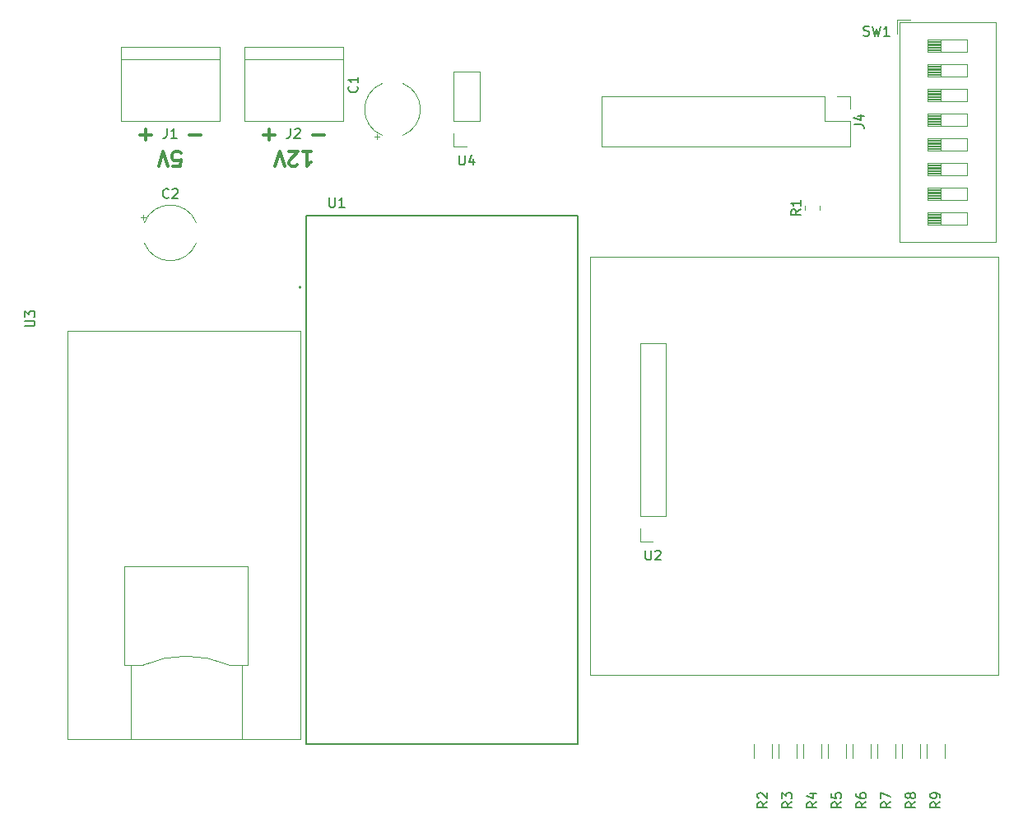
<source format=gbr>
%TF.GenerationSoftware,KiCad,Pcbnew,6.0.2+dfsg-1*%
%TF.CreationDate,2023-04-20T15:10:53+02:00*%
%TF.ProjectId,login-controller,6c6f6769-6e2d-4636-9f6e-74726f6c6c65,rev?*%
%TF.SameCoordinates,Original*%
%TF.FileFunction,Legend,Top*%
%TF.FilePolarity,Positive*%
%FSLAX46Y46*%
G04 Gerber Fmt 4.6, Leading zero omitted, Abs format (unit mm)*
G04 Created by KiCad (PCBNEW 6.0.2+dfsg-1) date 2023-04-20 15:10:53*
%MOMM*%
%LPD*%
G01*
G04 APERTURE LIST*
%ADD10C,0.300000*%
%ADD11C,0.150000*%
%ADD12C,0.127000*%
%ADD13C,0.200000*%
%ADD14C,0.120000*%
G04 APERTURE END LIST*
D10*
X119951428Y-33127142D02*
X118808571Y-33127142D01*
X127571428Y-33127142D02*
X126428571Y-33127142D01*
X127000000Y-33698571D02*
X127000000Y-32555714D01*
X114871428Y-33127142D02*
X113728571Y-33127142D01*
X114300000Y-33698571D02*
X114300000Y-32555714D01*
X132651428Y-33127142D02*
X131508571Y-33127142D01*
X130468571Y-34881428D02*
X131325714Y-34881428D01*
X130897142Y-34881428D02*
X130897142Y-36381428D01*
X131040000Y-36167142D01*
X131182857Y-36024285D01*
X131325714Y-35952857D01*
X129897142Y-36238571D02*
X129825714Y-36310000D01*
X129682857Y-36381428D01*
X129325714Y-36381428D01*
X129182857Y-36310000D01*
X129111428Y-36238571D01*
X129040000Y-36095714D01*
X129040000Y-35952857D01*
X129111428Y-35738571D01*
X129968571Y-34881428D01*
X129040000Y-34881428D01*
X128611428Y-36381428D02*
X128111428Y-34881428D01*
X127611428Y-36381428D01*
X117125714Y-36381428D02*
X117840000Y-36381428D01*
X117911428Y-35667142D01*
X117840000Y-35738571D01*
X117697142Y-35810000D01*
X117340000Y-35810000D01*
X117197142Y-35738571D01*
X117125714Y-35667142D01*
X117054285Y-35524285D01*
X117054285Y-35167142D01*
X117125714Y-35024285D01*
X117197142Y-34952857D01*
X117340000Y-34881428D01*
X117697142Y-34881428D01*
X117840000Y-34952857D01*
X117911428Y-35024285D01*
X116625714Y-36381428D02*
X116125714Y-34881428D01*
X115625714Y-36381428D01*
D11*
%TO.C,U1*%
X133188626Y-39586124D02*
X133188626Y-40395960D01*
X133236263Y-40491235D01*
X133283901Y-40538873D01*
X133379175Y-40586510D01*
X133569725Y-40586510D01*
X133665000Y-40538873D01*
X133712637Y-40491235D01*
X133760275Y-40395960D01*
X133760275Y-39586124D01*
X134760661Y-40586510D02*
X134189012Y-40586510D01*
X134474836Y-40586510D02*
X134474836Y-39586124D01*
X134379561Y-39729036D01*
X134284287Y-39824311D01*
X134189012Y-39871949D01*
%TO.C,U4*%
X146558095Y-35242380D02*
X146558095Y-36051904D01*
X146605714Y-36147142D01*
X146653333Y-36194761D01*
X146748571Y-36242380D01*
X146939047Y-36242380D01*
X147034285Y-36194761D01*
X147081904Y-36147142D01*
X147129523Y-36051904D01*
X147129523Y-35242380D01*
X148034285Y-35575714D02*
X148034285Y-36242380D01*
X147796190Y-35194761D02*
X147558095Y-35909047D01*
X148177142Y-35909047D01*
%TO.C,R6*%
X188412380Y-101766666D02*
X187936190Y-102100000D01*
X188412380Y-102338095D02*
X187412380Y-102338095D01*
X187412380Y-101957142D01*
X187460000Y-101861904D01*
X187507619Y-101814285D01*
X187602857Y-101766666D01*
X187745714Y-101766666D01*
X187840952Y-101814285D01*
X187888571Y-101861904D01*
X187936190Y-101957142D01*
X187936190Y-102338095D01*
X187412380Y-100909523D02*
X187412380Y-101100000D01*
X187460000Y-101195238D01*
X187507619Y-101242857D01*
X187650476Y-101338095D01*
X187840952Y-101385714D01*
X188221904Y-101385714D01*
X188317142Y-101338095D01*
X188364761Y-101290476D01*
X188412380Y-101195238D01*
X188412380Y-101004761D01*
X188364761Y-100909523D01*
X188317142Y-100861904D01*
X188221904Y-100814285D01*
X187983809Y-100814285D01*
X187888571Y-100861904D01*
X187840952Y-100909523D01*
X187793333Y-101004761D01*
X187793333Y-101195238D01*
X187840952Y-101290476D01*
X187888571Y-101338095D01*
X187983809Y-101385714D01*
%TO.C,C2*%
X116673333Y-39577142D02*
X116625714Y-39624761D01*
X116482857Y-39672380D01*
X116387619Y-39672380D01*
X116244761Y-39624761D01*
X116149523Y-39529523D01*
X116101904Y-39434285D01*
X116054285Y-39243809D01*
X116054285Y-39100952D01*
X116101904Y-38910476D01*
X116149523Y-38815238D01*
X116244761Y-38720000D01*
X116387619Y-38672380D01*
X116482857Y-38672380D01*
X116625714Y-38720000D01*
X116673333Y-38767619D01*
X117054285Y-38767619D02*
X117101904Y-38720000D01*
X117197142Y-38672380D01*
X117435238Y-38672380D01*
X117530476Y-38720000D01*
X117578095Y-38767619D01*
X117625714Y-38862857D01*
X117625714Y-38958095D01*
X117578095Y-39100952D01*
X117006666Y-39672380D01*
X117625714Y-39672380D01*
%TO.C,R8*%
X193492380Y-101766666D02*
X193016190Y-102100000D01*
X193492380Y-102338095D02*
X192492380Y-102338095D01*
X192492380Y-101957142D01*
X192540000Y-101861904D01*
X192587619Y-101814285D01*
X192682857Y-101766666D01*
X192825714Y-101766666D01*
X192920952Y-101814285D01*
X192968571Y-101861904D01*
X193016190Y-101957142D01*
X193016190Y-102338095D01*
X192920952Y-101195238D02*
X192873333Y-101290476D01*
X192825714Y-101338095D01*
X192730476Y-101385714D01*
X192682857Y-101385714D01*
X192587619Y-101338095D01*
X192540000Y-101290476D01*
X192492380Y-101195238D01*
X192492380Y-101004761D01*
X192540000Y-100909523D01*
X192587619Y-100861904D01*
X192682857Y-100814285D01*
X192730476Y-100814285D01*
X192825714Y-100861904D01*
X192873333Y-100909523D01*
X192920952Y-101004761D01*
X192920952Y-101195238D01*
X192968571Y-101290476D01*
X193016190Y-101338095D01*
X193111428Y-101385714D01*
X193301904Y-101385714D01*
X193397142Y-101338095D01*
X193444761Y-101290476D01*
X193492380Y-101195238D01*
X193492380Y-101004761D01*
X193444761Y-100909523D01*
X193397142Y-100861904D01*
X193301904Y-100814285D01*
X193111428Y-100814285D01*
X193016190Y-100861904D01*
X192968571Y-100909523D01*
X192920952Y-101004761D01*
%TO.C,SW1*%
X188166666Y-22904761D02*
X188309523Y-22952380D01*
X188547619Y-22952380D01*
X188642857Y-22904761D01*
X188690476Y-22857142D01*
X188738095Y-22761904D01*
X188738095Y-22666666D01*
X188690476Y-22571428D01*
X188642857Y-22523809D01*
X188547619Y-22476190D01*
X188357142Y-22428571D01*
X188261904Y-22380952D01*
X188214285Y-22333333D01*
X188166666Y-22238095D01*
X188166666Y-22142857D01*
X188214285Y-22047619D01*
X188261904Y-22000000D01*
X188357142Y-21952380D01*
X188595238Y-21952380D01*
X188738095Y-22000000D01*
X189071428Y-21952380D02*
X189309523Y-22952380D01*
X189500000Y-22238095D01*
X189690476Y-22952380D01*
X189928571Y-21952380D01*
X190833333Y-22952380D02*
X190261904Y-22952380D01*
X190547619Y-22952380D02*
X190547619Y-21952380D01*
X190452380Y-22095238D01*
X190357142Y-22190476D01*
X190261904Y-22238095D01*
%TO.C,R2*%
X178252380Y-101766666D02*
X177776190Y-102100000D01*
X178252380Y-102338095D02*
X177252380Y-102338095D01*
X177252380Y-101957142D01*
X177300000Y-101861904D01*
X177347619Y-101814285D01*
X177442857Y-101766666D01*
X177585714Y-101766666D01*
X177680952Y-101814285D01*
X177728571Y-101861904D01*
X177776190Y-101957142D01*
X177776190Y-102338095D01*
X177347619Y-101385714D02*
X177300000Y-101338095D01*
X177252380Y-101242857D01*
X177252380Y-101004761D01*
X177300000Y-100909523D01*
X177347619Y-100861904D01*
X177442857Y-100814285D01*
X177538095Y-100814285D01*
X177680952Y-100861904D01*
X178252380Y-101433333D01*
X178252380Y-100814285D01*
%TO.C,U2*%
X165738095Y-75882380D02*
X165738095Y-76691904D01*
X165785714Y-76787142D01*
X165833333Y-76834761D01*
X165928571Y-76882380D01*
X166119047Y-76882380D01*
X166214285Y-76834761D01*
X166261904Y-76787142D01*
X166309523Y-76691904D01*
X166309523Y-75882380D01*
X166738095Y-75977619D02*
X166785714Y-75930000D01*
X166880952Y-75882380D01*
X167119047Y-75882380D01*
X167214285Y-75930000D01*
X167261904Y-75977619D01*
X167309523Y-76072857D01*
X167309523Y-76168095D01*
X167261904Y-76310952D01*
X166690476Y-76882380D01*
X167309523Y-76882380D01*
%TO.C,R1*%
X181682380Y-40806666D02*
X181206190Y-41140000D01*
X181682380Y-41378095D02*
X180682380Y-41378095D01*
X180682380Y-40997142D01*
X180730000Y-40901904D01*
X180777619Y-40854285D01*
X180872857Y-40806666D01*
X181015714Y-40806666D01*
X181110952Y-40854285D01*
X181158571Y-40901904D01*
X181206190Y-40997142D01*
X181206190Y-41378095D01*
X181682380Y-39854285D02*
X181682380Y-40425714D01*
X181682380Y-40140000D02*
X180682380Y-40140000D01*
X180825238Y-40235238D01*
X180920476Y-40330476D01*
X180968095Y-40425714D01*
%TO.C,R4*%
X183332380Y-101766666D02*
X182856190Y-102100000D01*
X183332380Y-102338095D02*
X182332380Y-102338095D01*
X182332380Y-101957142D01*
X182380000Y-101861904D01*
X182427619Y-101814285D01*
X182522857Y-101766666D01*
X182665714Y-101766666D01*
X182760952Y-101814285D01*
X182808571Y-101861904D01*
X182856190Y-101957142D01*
X182856190Y-102338095D01*
X182665714Y-100909523D02*
X183332380Y-100909523D01*
X182284761Y-101147619D02*
X182999047Y-101385714D01*
X182999047Y-100766666D01*
%TO.C,R7*%
X190952380Y-101766666D02*
X190476190Y-102100000D01*
X190952380Y-102338095D02*
X189952380Y-102338095D01*
X189952380Y-101957142D01*
X190000000Y-101861904D01*
X190047619Y-101814285D01*
X190142857Y-101766666D01*
X190285714Y-101766666D01*
X190380952Y-101814285D01*
X190428571Y-101861904D01*
X190476190Y-101957142D01*
X190476190Y-102338095D01*
X189952380Y-101433333D02*
X189952380Y-100766666D01*
X190952380Y-101195238D01*
%TO.C,J2*%
X129206666Y-32472380D02*
X129206666Y-33186666D01*
X129159047Y-33329523D01*
X129063809Y-33424761D01*
X128920952Y-33472380D01*
X128825714Y-33472380D01*
X129635238Y-32567619D02*
X129682857Y-32520000D01*
X129778095Y-32472380D01*
X130016190Y-32472380D01*
X130111428Y-32520000D01*
X130159047Y-32567619D01*
X130206666Y-32662857D01*
X130206666Y-32758095D01*
X130159047Y-32900952D01*
X129587619Y-33472380D01*
X130206666Y-33472380D01*
%TO.C,J4*%
X187202380Y-32083333D02*
X187916666Y-32083333D01*
X188059523Y-32130952D01*
X188154761Y-32226190D01*
X188202380Y-32369047D01*
X188202380Y-32464285D01*
X187535714Y-31178571D02*
X188202380Y-31178571D01*
X187154761Y-31416666D02*
X187869047Y-31654761D01*
X187869047Y-31035714D01*
%TO.C,J1*%
X116506666Y-32472380D02*
X116506666Y-33186666D01*
X116459047Y-33329523D01*
X116363809Y-33424761D01*
X116220952Y-33472380D01*
X116125714Y-33472380D01*
X117506666Y-33472380D02*
X116935238Y-33472380D01*
X117220952Y-33472380D02*
X117220952Y-32472380D01*
X117125714Y-32615238D01*
X117030476Y-32710476D01*
X116935238Y-32758095D01*
%TO.C,R5*%
X185872380Y-101766666D02*
X185396190Y-102100000D01*
X185872380Y-102338095D02*
X184872380Y-102338095D01*
X184872380Y-101957142D01*
X184920000Y-101861904D01*
X184967619Y-101814285D01*
X185062857Y-101766666D01*
X185205714Y-101766666D01*
X185300952Y-101814285D01*
X185348571Y-101861904D01*
X185396190Y-101957142D01*
X185396190Y-102338095D01*
X184872380Y-100861904D02*
X184872380Y-101338095D01*
X185348571Y-101385714D01*
X185300952Y-101338095D01*
X185253333Y-101242857D01*
X185253333Y-101004761D01*
X185300952Y-100909523D01*
X185348571Y-100861904D01*
X185443809Y-100814285D01*
X185681904Y-100814285D01*
X185777142Y-100861904D01*
X185824761Y-100909523D01*
X185872380Y-101004761D01*
X185872380Y-101242857D01*
X185824761Y-101338095D01*
X185777142Y-101385714D01*
%TO.C,R9*%
X196032380Y-101766666D02*
X195556190Y-102100000D01*
X196032380Y-102338095D02*
X195032380Y-102338095D01*
X195032380Y-101957142D01*
X195080000Y-101861904D01*
X195127619Y-101814285D01*
X195222857Y-101766666D01*
X195365714Y-101766666D01*
X195460952Y-101814285D01*
X195508571Y-101861904D01*
X195556190Y-101957142D01*
X195556190Y-102338095D01*
X196032380Y-101290476D02*
X196032380Y-101100000D01*
X195984761Y-101004761D01*
X195937142Y-100957142D01*
X195794285Y-100861904D01*
X195603809Y-100814285D01*
X195222857Y-100814285D01*
X195127619Y-100861904D01*
X195080000Y-100909523D01*
X195032380Y-101004761D01*
X195032380Y-101195238D01*
X195080000Y-101290476D01*
X195127619Y-101338095D01*
X195222857Y-101385714D01*
X195460952Y-101385714D01*
X195556190Y-101338095D01*
X195603809Y-101290476D01*
X195651428Y-101195238D01*
X195651428Y-101004761D01*
X195603809Y-100909523D01*
X195556190Y-100861904D01*
X195460952Y-100814285D01*
%TO.C,R3*%
X180792380Y-101766666D02*
X180316190Y-102100000D01*
X180792380Y-102338095D02*
X179792380Y-102338095D01*
X179792380Y-101957142D01*
X179840000Y-101861904D01*
X179887619Y-101814285D01*
X179982857Y-101766666D01*
X180125714Y-101766666D01*
X180220952Y-101814285D01*
X180268571Y-101861904D01*
X180316190Y-101957142D01*
X180316190Y-102338095D01*
X179792380Y-101433333D02*
X179792380Y-100814285D01*
X180173333Y-101147619D01*
X180173333Y-101004761D01*
X180220952Y-100909523D01*
X180268571Y-100861904D01*
X180363809Y-100814285D01*
X180601904Y-100814285D01*
X180697142Y-100861904D01*
X180744761Y-100909523D01*
X180792380Y-101004761D01*
X180792380Y-101290476D01*
X180744761Y-101385714D01*
X180697142Y-101433333D01*
%TO.C,U3*%
X101902380Y-52831904D02*
X102711904Y-52831904D01*
X102807142Y-52784285D01*
X102854761Y-52736666D01*
X102902380Y-52641428D01*
X102902380Y-52450952D01*
X102854761Y-52355714D01*
X102807142Y-52308095D01*
X102711904Y-52260476D01*
X101902380Y-52260476D01*
X101902380Y-51879523D02*
X101902380Y-51260476D01*
X102283333Y-51593809D01*
X102283333Y-51450952D01*
X102330952Y-51355714D01*
X102378571Y-51308095D01*
X102473809Y-51260476D01*
X102711904Y-51260476D01*
X102807142Y-51308095D01*
X102854761Y-51355714D01*
X102902380Y-51450952D01*
X102902380Y-51736666D01*
X102854761Y-51831904D01*
X102807142Y-51879523D01*
%TO.C,C1*%
X136057142Y-28146666D02*
X136104761Y-28194285D01*
X136152380Y-28337142D01*
X136152380Y-28432380D01*
X136104761Y-28575238D01*
X136009523Y-28670476D01*
X135914285Y-28718095D01*
X135723809Y-28765714D01*
X135580952Y-28765714D01*
X135390476Y-28718095D01*
X135295238Y-28670476D01*
X135200000Y-28575238D01*
X135152380Y-28432380D01*
X135152380Y-28337142D01*
X135200000Y-28194285D01*
X135247619Y-28146666D01*
X136152380Y-27194285D02*
X136152380Y-27765714D01*
X136152380Y-27480000D02*
X135152380Y-27480000D01*
X135295238Y-27575238D01*
X135390476Y-27670476D01*
X135438095Y-27765714D01*
D12*
%TO.C,U1*%
X158730000Y-41430000D02*
X158730000Y-95830000D01*
X130830000Y-95830000D02*
X130830000Y-41430000D01*
X158730000Y-95830000D02*
X130830000Y-95830000D01*
X130830000Y-41430000D02*
X158730000Y-41430000D01*
D13*
X130280000Y-48820000D02*
G75*
G03*
X130280000Y-48820000I-100000J0D01*
G01*
D14*
%TO.C,U4*%
X148650000Y-26610000D02*
X145990000Y-26610000D01*
X145990000Y-34350000D02*
X145990000Y-33020000D01*
X145990000Y-31750000D02*
X145990000Y-26610000D01*
X148650000Y-31750000D02*
X148650000Y-26610000D01*
X147320000Y-34350000D02*
X145990000Y-34350000D01*
X148650000Y-31750000D02*
X145990000Y-31750000D01*
%TO.C,R6*%
X188870000Y-97247064D02*
X188870000Y-95792936D01*
X187050000Y-97247064D02*
X187050000Y-95792936D01*
%TO.C,C2*%
X114042738Y-41330000D02*
X114042738Y-41880000D01*
X113767738Y-41605000D02*
X114317738Y-41605000D01*
X114172923Y-44280000D02*
G75*
G03*
X119507077Y-44280000I2667077J1060000D01*
G01*
X119507077Y-42160000D02*
G75*
G03*
X114172923Y-42160000I-2667077J-1060000D01*
G01*
%TO.C,R8*%
X192130000Y-97247064D02*
X192130000Y-95792936D01*
X193950000Y-97247064D02*
X193950000Y-95792936D01*
%TO.C,SW1*%
X194780000Y-39445000D02*
X196133333Y-39445000D01*
X194780000Y-41865000D02*
X196133333Y-41865000D01*
X194780000Y-41385000D02*
X196133333Y-41385000D01*
X194780000Y-26985000D02*
X196133333Y-26985000D01*
X198840000Y-24635000D02*
X198840000Y-23365000D01*
X194780000Y-28925000D02*
X196133333Y-28925000D01*
X194780000Y-31945000D02*
X196133333Y-31945000D01*
X198840000Y-36065000D02*
X194780000Y-36065000D01*
X194780000Y-36665000D02*
X196133333Y-36665000D01*
X194780000Y-29045000D02*
X196133333Y-29045000D01*
X194780000Y-34365000D02*
X196133333Y-34365000D01*
X194780000Y-23605000D02*
X196133333Y-23605000D01*
X194780000Y-24635000D02*
X198840000Y-24635000D01*
X196133333Y-36065000D02*
X196133333Y-37335000D01*
X194780000Y-29165000D02*
X196133333Y-29165000D01*
X194780000Y-41145000D02*
X194780000Y-42415000D01*
X194780000Y-39685000D02*
X196133333Y-39685000D01*
X196133333Y-28445000D02*
X196133333Y-29715000D01*
X194780000Y-24325000D02*
X196133333Y-24325000D01*
X194780000Y-23845000D02*
X196133333Y-23845000D01*
X191860000Y-44201000D02*
X201760000Y-44201000D01*
X194780000Y-37265000D02*
X196133333Y-37265000D01*
X194780000Y-31705000D02*
X196133333Y-31705000D01*
X194780000Y-41745000D02*
X196133333Y-41745000D01*
X194780000Y-39875000D02*
X198840000Y-39875000D01*
X194780000Y-39205000D02*
X196133333Y-39205000D01*
X194780000Y-27175000D02*
X198840000Y-27175000D01*
X196133333Y-25905000D02*
X196133333Y-27175000D01*
X194780000Y-37025000D02*
X196133333Y-37025000D01*
X194780000Y-36065000D02*
X194780000Y-37335000D01*
X194780000Y-34795000D02*
X198840000Y-34795000D01*
X194780000Y-24085000D02*
X196133333Y-24085000D01*
X194780000Y-29715000D02*
X198840000Y-29715000D01*
X194780000Y-24445000D02*
X196133333Y-24445000D01*
X194780000Y-39805000D02*
X196133333Y-39805000D01*
X194780000Y-26625000D02*
X196133333Y-26625000D01*
X194780000Y-34485000D02*
X196133333Y-34485000D01*
X194780000Y-36785000D02*
X196133333Y-36785000D01*
X194780000Y-32185000D02*
X196133333Y-32185000D01*
X198840000Y-39875000D02*
X198840000Y-38605000D01*
X194780000Y-23965000D02*
X196133333Y-23965000D01*
X198840000Y-41145000D02*
X194780000Y-41145000D01*
X194780000Y-31585000D02*
X196133333Y-31585000D01*
X194780000Y-33765000D02*
X196133333Y-33765000D01*
X194780000Y-28565000D02*
X196133333Y-28565000D01*
X194780000Y-36425000D02*
X196133333Y-36425000D01*
X198840000Y-37335000D02*
X198840000Y-36065000D01*
X194780000Y-26385000D02*
X196133333Y-26385000D01*
X194780000Y-38845000D02*
X196133333Y-38845000D01*
X198840000Y-33525000D02*
X194780000Y-33525000D01*
X194780000Y-28805000D02*
X196133333Y-28805000D01*
X198840000Y-29715000D02*
X198840000Y-28445000D01*
X194780000Y-31465000D02*
X196133333Y-31465000D01*
X194780000Y-26865000D02*
X196133333Y-26865000D01*
X198840000Y-28445000D02*
X194780000Y-28445000D01*
X194780000Y-28685000D02*
X196133333Y-28685000D01*
X194780000Y-30985000D02*
X194780000Y-32255000D01*
X198840000Y-25905000D02*
X194780000Y-25905000D01*
X194780000Y-24205000D02*
X196133333Y-24205000D01*
X194780000Y-24565000D02*
X196133333Y-24565000D01*
X194780000Y-36545000D02*
X196133333Y-36545000D01*
X194780000Y-33885000D02*
X196133333Y-33885000D01*
X194780000Y-26025000D02*
X196133333Y-26025000D01*
X194780000Y-38965000D02*
X196133333Y-38965000D01*
X194780000Y-42225000D02*
X196133333Y-42225000D01*
X196133333Y-33525000D02*
X196133333Y-34795000D01*
X194780000Y-37335000D02*
X198840000Y-37335000D01*
X196133333Y-41145000D02*
X196133333Y-42415000D01*
X198840000Y-34795000D02*
X198840000Y-33525000D01*
X194780000Y-41625000D02*
X196133333Y-41625000D01*
X198840000Y-27175000D02*
X198840000Y-25905000D01*
X198840000Y-23365000D02*
X194780000Y-23365000D01*
X194780000Y-29405000D02*
X196133333Y-29405000D01*
X201760000Y-21580000D02*
X201760000Y-44201000D01*
X194780000Y-28445000D02*
X194780000Y-29715000D01*
X194780000Y-26145000D02*
X196133333Y-26145000D01*
X194780000Y-31225000D02*
X196133333Y-31225000D01*
X194780000Y-29525000D02*
X196133333Y-29525000D01*
X194780000Y-31345000D02*
X196133333Y-31345000D01*
X194780000Y-34725000D02*
X196133333Y-34725000D01*
X198840000Y-30985000D02*
X194780000Y-30985000D01*
X194780000Y-23725000D02*
X196133333Y-23725000D01*
X194780000Y-23365000D02*
X194780000Y-24635000D01*
X194780000Y-25905000D02*
X194780000Y-27175000D01*
X191620000Y-21340000D02*
X191620000Y-22723000D01*
X194780000Y-26265000D02*
X196133333Y-26265000D01*
X196133333Y-38605000D02*
X196133333Y-39875000D01*
X194780000Y-31825000D02*
X196133333Y-31825000D01*
X191620000Y-21340000D02*
X193004000Y-21340000D01*
X194780000Y-34005000D02*
X196133333Y-34005000D01*
X194780000Y-42105000D02*
X196133333Y-42105000D01*
X194780000Y-33645000D02*
X196133333Y-33645000D01*
X196133333Y-30985000D02*
X196133333Y-32255000D01*
X194780000Y-29285000D02*
X196133333Y-29285000D01*
X198840000Y-42415000D02*
X198840000Y-41145000D01*
X191860000Y-21580000D02*
X191860000Y-44201000D01*
X194780000Y-39325000D02*
X196133333Y-39325000D01*
X194780000Y-26745000D02*
X196133333Y-26745000D01*
X198840000Y-38605000D02*
X194780000Y-38605000D01*
X194780000Y-39565000D02*
X196133333Y-39565000D01*
X194780000Y-34125000D02*
X196133333Y-34125000D01*
X194780000Y-31105000D02*
X196133333Y-31105000D01*
X194780000Y-33525000D02*
X194780000Y-34795000D01*
X191860000Y-21580000D02*
X201760000Y-21580000D01*
X194780000Y-36185000D02*
X196133333Y-36185000D01*
X194780000Y-36905000D02*
X196133333Y-36905000D01*
X194780000Y-27105000D02*
X196133333Y-27105000D01*
X194780000Y-34605000D02*
X196133333Y-34605000D01*
X194780000Y-38605000D02*
X194780000Y-39875000D01*
X194780000Y-29645000D02*
X196133333Y-29645000D01*
X198840000Y-32255000D02*
X198840000Y-30985000D01*
X194780000Y-38725000D02*
X196133333Y-38725000D01*
X194780000Y-34245000D02*
X196133333Y-34245000D01*
X194780000Y-37145000D02*
X196133333Y-37145000D01*
X194780000Y-41265000D02*
X196133333Y-41265000D01*
X194780000Y-32065000D02*
X196133333Y-32065000D01*
X194780000Y-23485000D02*
X196133333Y-23485000D01*
X196133333Y-23365000D02*
X196133333Y-24635000D01*
X194780000Y-42345000D02*
X196133333Y-42345000D01*
X194780000Y-36305000D02*
X196133333Y-36305000D01*
X194780000Y-41505000D02*
X196133333Y-41505000D01*
X194780000Y-42415000D02*
X198840000Y-42415000D01*
X194780000Y-32255000D02*
X198840000Y-32255000D01*
X194780000Y-39085000D02*
X196133333Y-39085000D01*
X194780000Y-41985000D02*
X196133333Y-41985000D01*
X194780000Y-26505000D02*
X196133333Y-26505000D01*
%TO.C,R2*%
X176890000Y-97247064D02*
X176890000Y-95792936D01*
X178710000Y-97247064D02*
X178710000Y-95792936D01*
%TO.C,U2*%
X167830000Y-72390000D02*
X167830000Y-54550000D01*
X165170000Y-74990000D02*
X165170000Y-73660000D01*
X165170000Y-72390000D02*
X165170000Y-54550000D01*
X167830000Y-54550000D02*
X165170000Y-54550000D01*
X166500000Y-74990000D02*
X165170000Y-74990000D01*
X167830000Y-72390000D02*
X165170000Y-72390000D01*
X202000000Y-88660000D02*
X160000000Y-88660000D01*
X160000000Y-88660000D02*
X160000000Y-45660000D01*
X160000000Y-45660000D02*
X202000000Y-45660000D01*
X202000000Y-45660000D02*
X202000000Y-88660000D01*
%TO.C,R1*%
X183615000Y-40867064D02*
X183615000Y-40412936D01*
X182145000Y-40867064D02*
X182145000Y-40412936D01*
%TO.C,R4*%
X183790000Y-97247064D02*
X183790000Y-95792936D01*
X181970000Y-97247064D02*
X181970000Y-95792936D01*
%TO.C,R7*%
X191410000Y-97247064D02*
X191410000Y-95792936D01*
X189590000Y-97247064D02*
X189590000Y-95792936D01*
%TO.C,J2*%
X124460000Y-25400000D02*
X134620000Y-25400000D01*
X134620000Y-24130000D02*
X124460000Y-24130000D01*
X134620000Y-31750000D02*
X134620000Y-24130000D01*
X124460000Y-24130000D02*
X124460000Y-31750000D01*
X124460000Y-31750000D02*
X134620000Y-31750000D01*
%TO.C,J4*%
X184150000Y-31750000D02*
X186750000Y-31750000D01*
X184150000Y-29150000D02*
X184150000Y-31750000D01*
X184150000Y-29150000D02*
X161230000Y-29150000D01*
X186750000Y-31750000D02*
X186750000Y-34350000D01*
X185420000Y-29150000D02*
X186750000Y-29150000D01*
X186750000Y-34350000D02*
X161230000Y-34350000D01*
X161230000Y-29150000D02*
X161230000Y-34350000D01*
X186750000Y-29150000D02*
X186750000Y-30480000D01*
%TO.C,J1*%
X121920000Y-24130000D02*
X111760000Y-24130000D01*
X111760000Y-24130000D02*
X111760000Y-31750000D01*
X111760000Y-25400000D02*
X121920000Y-25400000D01*
X111760000Y-31750000D02*
X121920000Y-31750000D01*
X121920000Y-31750000D02*
X121920000Y-24130000D01*
%TO.C,R5*%
X184510000Y-97247064D02*
X184510000Y-95792936D01*
X186330000Y-97247064D02*
X186330000Y-95792936D01*
%TO.C,R9*%
X194670000Y-97247064D02*
X194670000Y-95792936D01*
X196490000Y-97247064D02*
X196490000Y-95792936D01*
%TO.C,R3*%
X181250000Y-97247064D02*
X181250000Y-95792936D01*
X179430000Y-97247064D02*
X179430000Y-95792936D01*
%TO.C,U3*%
X112754516Y-95311612D02*
X112754516Y-87691612D01*
X124819516Y-77531612D02*
X124819516Y-87691612D01*
X124184516Y-87691612D02*
X124184516Y-95311612D01*
X124819516Y-87691612D02*
X122914516Y-87691612D01*
X124819516Y-77531612D02*
X112119516Y-77531612D01*
X112119516Y-77531612D02*
X112119516Y-87691612D01*
X112119516Y-87691612D02*
X114024516Y-87691612D01*
X124184516Y-95311612D02*
X112754516Y-95311612D01*
X106260000Y-95340000D02*
X130260000Y-95340000D01*
X130260000Y-95340000D02*
X130260000Y-53340000D01*
X130260000Y-53340000D02*
X106260000Y-53340000D01*
X106260000Y-53340000D02*
X106260000Y-95340000D01*
X122914516Y-87691612D02*
G75*
G03*
X114024517Y-87691612I-4444999J-10160000D01*
G01*
%TO.C,C1*%
X137810000Y-33317262D02*
X138360000Y-33317262D01*
X138085000Y-33592262D02*
X138085000Y-33042262D01*
X138640000Y-27852923D02*
G75*
G03*
X138640000Y-33187077I1060000J-2667077D01*
G01*
X140760000Y-33187077D02*
G75*
G03*
X140760000Y-27852923I-1060000J2667077D01*
G01*
%TD*%
M02*

</source>
